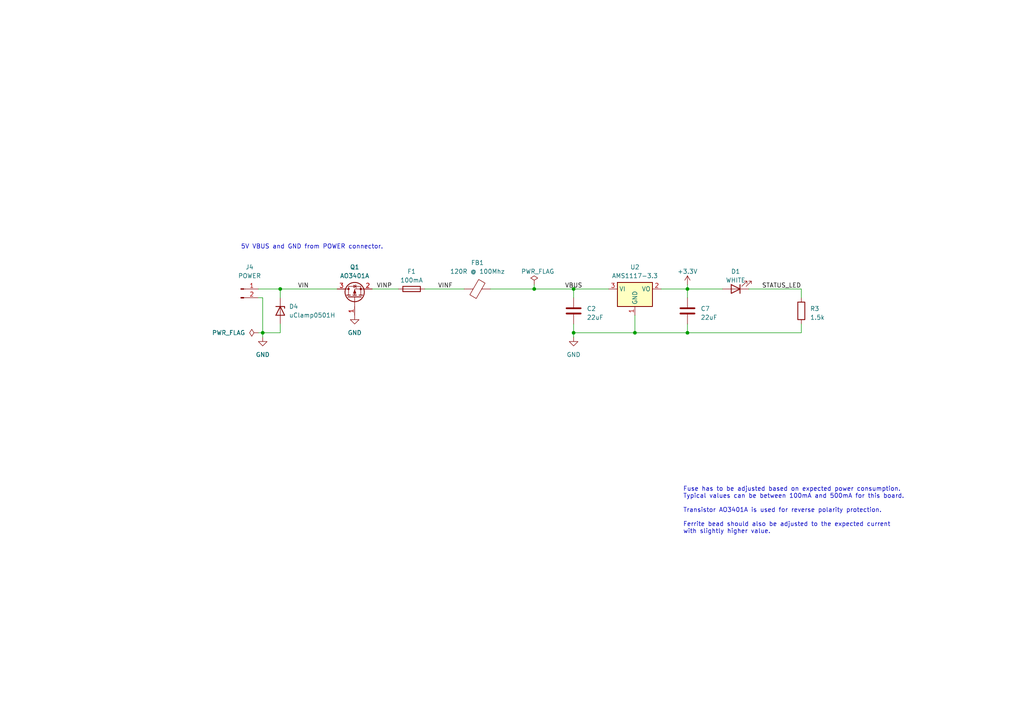
<source format=kicad_sch>
(kicad_sch (version 20230121) (generator eeschema)
  (paper "A4")
  (title_block (title "Power Connector") (date "2023-02-16") (rev "2") (company "Artem Korobko"))
  (lib_symbols
    (symbol "Connector:Conn_01x02_Pin" (pin_names (offset 1.016) hide)
      (property "Reference" "J" (at 0 2.54 0))
      (property "Value" "Conn_01x02_Pin" (at 0 -5.08 0))
      (symbol "Conn_01x02_Pin_1_1"
        (polyline (pts (xy 1.27 -2.54) (xy 0.8636 -2.54)) (stroke (width 0.1524)))
        (polyline (pts (xy 1.27 0) (xy 0.8636 0)) (stroke (width 0.1524)))
        (rectangle (start 0.8636 -2.413) (end 0 -2.667) (stroke (width 0.1524)) (fill (type outline)))
        (rectangle (start 0.8636 0.127) (end 0 -0.127) (stroke (width 0.1524)) (fill (type outline)))
        (pin passive line (at 5.08 0 180) (length 3.81) (name "Pin_1") (number "1"))
        (pin passive line (at 5.08 -2.54 180) (length 3.81) (name "Pin_2") (number "2"))
      )
    )
    (symbol "Device:C" (pin_numbers hide) (pin_names (offset 0.254))
      (property "Reference" "C" (at 0.635 2.54 0))
      (property "Value" "C" (at 0.635 -2.54 0))
      (symbol "C_0_1"
        (polyline (pts (xy -2.032 -0.762) (xy 2.032 -0.762)) (stroke (width 0.508)))
        (polyline (pts (xy -2.032 0.762) (xy 2.032 0.762)) (stroke (width 0.508)))
      )
      (symbol "C_1_1"
        (pin passive line (at 0 3.81 270) (length 2.794) (name "~") (number "1"))
        (pin passive line (at 0 -3.81 90) (length 2.794) (name "~") (number "2"))
      )
    )
    (symbol "Device:D_Zener" (pin_numbers hide) (pin_names (offset 1.016) hide)
      (property "Reference" "D" (at 0 2.54 0))
      (property "Value" "D_Zener" (at 0 -2.54 0))
      (symbol "D_Zener_0_1"
        (polyline (pts (xy 1.27 0) (xy -1.27 0)))
        (polyline (pts (xy -1.27 -1.27) (xy -1.27 1.27) (xy -0.762 1.27)) (stroke (width 0.254)))
        (polyline (pts (xy 1.27 -1.27) (xy 1.27 1.27) (xy -1.27 0) (xy 1.27 -1.27)) (stroke (width 0.254)))
      )
      (symbol "D_Zener_1_1"
        (pin passive line (at -3.81 0 0) (length 2.54) (name "K") (number "1"))
        (pin passive line (at 3.81 0 180) (length 2.54) (name "A") (number "2"))
      )
    )
    (symbol "Device:FerriteBead" (pin_numbers hide) (pin_names (offset 0))
      (property "Reference" "FB" (at -3.81 0.635 90))
      (property "Value" "FerriteBead" (at 3.81 0 90))
      (symbol "FerriteBead_0_1"
        (polyline (pts (xy 0 -1.27) (xy 0 -1.2192)))
        (polyline (pts (xy 0 1.27) (xy 0 1.2954)))
        (polyline (pts (xy -2.7686 0.4064) (xy -1.7018 2.2606) (xy 2.7686 -0.3048) (xy 1.6764 -2.159) (xy -2.7686 0.4064)))
      )
      (symbol "FerriteBead_1_1"
        (pin passive line (at 0 3.81 270) (length 2.54) (name "~") (number "1"))
        (pin passive line (at 0 -3.81 90) (length 2.54) (name "~") (number "2"))
      )
    )
    (symbol "Device:Fuse" (pin_numbers hide) (pin_names (offset 0))
      (property "Reference" "F" (at 2.032 0 90))
      (property "Value" "Fuse" (at -1.905 0 90))
      (symbol "Fuse_0_1"
        (rectangle (start -0.762 -2.54) (end 0.762 2.54) (stroke (width 0.254)))
        (polyline (pts (xy 0 2.54) (xy 0 -2.54)))
      )
      (symbol "Fuse_1_1"
        (pin passive line (at 0 3.81 270) (length 1.27) (name "~") (number "1"))
        (pin passive line (at 0 -3.81 90) (length 1.27) (name "~") (number "2"))
      )
    )
    (symbol "Device:LED" (pin_numbers hide) (pin_names (offset 1.016) hide)
      (property "Reference" "D" (at 0 2.54 0))
      (property "Value" "LED" (at 0 -2.54 0))
      (symbol "LED_0_1"
        (polyline (pts (xy -1.27 -1.27) (xy -1.27 1.27)) (stroke (width 0.254)))
        (polyline (pts (xy -1.27 0) (xy 1.27 0)))
        (polyline (pts (xy 1.27 -1.27) (xy 1.27 1.27) (xy -1.27 0) (xy 1.27 -1.27)) (stroke (width 0.254)))
        (polyline (pts (xy -3.048 -0.762) (xy -4.572 -2.286) (xy -3.81 -2.286) (xy -4.572 -2.286) (xy -4.572 -1.524)))
        (polyline (pts (xy -1.778 -0.762) (xy -3.302 -2.286) (xy -2.54 -2.286) (xy -3.302 -2.286) (xy -3.302 -1.524)))
      )
      (symbol "LED_1_1"
        (pin passive line (at -3.81 0 0) (length 2.54) (name "K") (number "1"))
        (pin passive line (at 3.81 0 180) (length 2.54) (name "A") (number "2"))
      )
    )
    (symbol "Device:R" (pin_numbers hide) (pin_names (offset 0))
      (property "Reference" "R" (at 2.032 0 90))
      (property "Value" "R" (at 0 0 90))
      (symbol "R_0_1"
        (rectangle (start -1.016 -2.54) (end 1.016 2.54) (stroke (width 0.254)))
      )
      (symbol "R_1_1"
        (pin passive line (at 0 3.81 270) (length 1.27) (name "~") (number "1"))
        (pin passive line (at 0 -3.81 90) (length 1.27) (name "~") (number "2"))
      )
    )
    (symbol "Regulator_Linear:AMS1117-3.3"
      (property "Reference" "U" (at -3.81 3.175 0))
      (property "Value" "AMS1117-3.3" (at 0 3.175 0))
      (symbol "AMS1117-3.3_0_1"
        (rectangle (start -5.08 -5.08) (end 5.08 1.905) (stroke (width 0.254)) (fill (type background)))
      )
      (symbol "AMS1117-3.3_1_1"
        (pin power_in line (at 0 -7.62 90) (length 2.54) (name "GND") (number "1"))
        (pin power_out line (at 7.62 0 180) (length 2.54) (name "VO") (number "2"))
        (pin power_in line (at -7.62 0 0) (length 2.54) (name "VI") (number "3"))
      )
    )
    (symbol "Transistor_FET:AO3401A" (pin_names hide)
      (property "Reference" "Q" (at 5.08 1.905 0))
      (property "Value" "AO3401A" (at 5.08 0 0))
      (symbol "AO3401A_0_1"
        (polyline (pts (xy 0.254 0) (xy -2.54 0)))
        (polyline (pts (xy 0.254 1.905) (xy 0.254 -1.905)) (stroke (width 0.254)))
        (polyline (pts (xy 0.762 -1.27) (xy 0.762 -2.286)) (stroke (width 0.254)))
        (polyline (pts (xy 0.762 0.508) (xy 0.762 -0.508)) (stroke (width 0.254)))
        (polyline (pts (xy 0.762 2.286) (xy 0.762 1.27)) (stroke (width 0.254)))
        (polyline (pts (xy 2.54 2.54) (xy 2.54 1.778)))
        (polyline (pts (xy 2.54 -2.54) (xy 2.54 0) (xy 0.762 0)))
        (polyline (pts (xy 0.762 1.778) (xy 3.302 1.778) (xy 3.302 -1.778) (xy 0.762 -1.778)))
        (polyline (pts (xy 2.286 0) (xy 1.27 0.381) (xy 1.27 -0.381) (xy 2.286 0)) (fill (type outline)))
        (polyline (pts (xy 2.794 -0.508) (xy 2.921 -0.381) (xy 3.683 -0.381) (xy 3.81 -0.254)))
        (polyline (pts (xy 3.302 -0.381) (xy 2.921 0.254) (xy 3.683 0.254) (xy 3.302 -0.381)))
        (circle (center 1.651 0) (radius 2.794) (stroke (width 0.254)))
        (circle (center 2.54 -1.778) (radius 0.254) (fill (type outline)))
        (circle (center 2.54 1.778) (radius 0.254) (fill (type outline)))
      )
      (symbol "AO3401A_1_1"
        (pin input line (at -5.08 0 0) (length 2.54) (name "G") (number "1"))
        (pin passive line (at 2.54 -5.08 90) (length 2.54) (name "S") (number "2"))
        (pin passive line (at 2.54 5.08 270) (length 2.54) (name "D") (number "3"))
      )
    )
    (symbol "power:+3.3V" (power) (pin_names (offset 0))
      (property "Value" "+3.3V" (at 0 3.556 0))
      (symbol "+3.3V_0_1"
        (polyline (pts (xy -0.762 1.27) (xy 0 2.54)))
        (polyline (pts (xy 0 0) (xy 0 2.54)))
        (polyline (pts (xy 0 2.54) (xy 0.762 1.27)))
      )
      (symbol "+3.3V_1_1"
        (pin power_in line (at 0 0 90) (length 0) hide (name "+3.3V") (number "1"))
      )
    )
    (symbol "power:GND" (power) (pin_names (offset 0))
      (property "Value" "GND" (at 0 -3.81 0))
      (symbol "GND_0_1"
        (polyline (pts (xy 0 0) (xy 0 -1.27) (xy 1.27 -1.27) (xy 0 -2.54) (xy -1.27 -1.27) (xy 0 -1.27)))
      )
      (symbol "GND_1_1"
        (pin power_in line (at 0 0 270) (length 0) hide (name "GND") (number "1"))
      )
    )
    (symbol "power:PWR_FLAG" (power) (pin_numbers hide) (pin_names (offset 0) hide)
      (property "Value" "PWR_FLAG" (at 0 3.81 0))
      (symbol "PWR_FLAG_0_0"
        (pin power_out line (at 0 0 90) (length 0) (name "pwr") (number "1"))
      )
      (symbol "PWR_FLAG_0_1"
        (polyline (pts (xy 0 0) (xy 0 1.27) (xy -1.016 1.905) (xy 0 2.54) (xy 1.016 1.905) (xy 0 1.27)))
      )
    )
  )
  (junction (at 154.94 83.82))
  (junction (at 76.2 96.52))
  (junction (at 199.39 83.82))
  (junction (at 166.37 83.82))
  (junction (at 81.28 83.82))
  (junction (at 166.37 96.52))
  (junction (at 184.15 96.52))
  (junction (at 199.39 96.52))
  (wire (pts (xy 107.95 83.82) (xy 115.57 83.82)))
  (wire (pts (xy 191.77 83.82) (xy 199.39 83.82)))
  (wire (pts (xy 184.15 96.52) (xy 199.39 96.52)))
  (wire (pts (xy 74.93 86.36) (xy 76.2 86.36)))
  (wire (pts (xy 184.15 91.44) (xy 184.15 96.52)))
  (wire (pts (xy 232.41 83.82) (xy 232.41 86.36)))
  (wire (pts (xy 142.24 83.82) (xy 154.94 83.82)))
  (wire (pts (xy 217.17 83.82) (xy 232.41 83.82)))
  (wire (pts (xy 81.28 83.82) (xy 81.28 86.36)))
  (wire (pts (xy 232.41 93.98) (xy 232.41 96.52)))
  (wire (pts (xy 166.37 96.52) (xy 184.15 96.52)))
  (wire (pts (xy 74.93 83.82) (xy 81.28 83.82)))
  (wire (pts (xy 199.39 82.55) (xy 199.39 83.82)))
  (wire (pts (xy 81.28 93.98) (xy 81.28 96.52)))
  (wire (pts (xy 199.39 96.52) (xy 232.41 96.52)))
  (wire (pts (xy 199.39 83.82) (xy 199.39 86.36)))
  (wire (pts (xy 76.2 86.36) (xy 76.2 96.52)))
  (wire (pts (xy 166.37 96.52) (xy 166.37 97.79)))
  (wire (pts (xy 123.19 83.82) (xy 134.62 83.82)))
  (wire (pts (xy 74.93 96.52) (xy 76.2 96.52)))
  (wire (pts (xy 154.94 83.82) (xy 166.37 83.82)))
  (wire (pts (xy 76.2 96.52) (xy 76.2 97.79)))
  (wire (pts (xy 166.37 83.82) (xy 166.37 86.36)))
  (wire (pts (xy 199.39 83.82) (xy 209.55 83.82)))
  (wire (pts (xy 199.39 93.98) (xy 199.39 96.52)))
  (wire (pts (xy 81.28 83.82) (xy 97.79 83.82)))
  (wire (pts (xy 166.37 93.98) (xy 166.37 96.52)))
  (wire (pts (xy 81.28 96.52) (xy 76.2 96.52)))
  (wire (pts (xy 166.37 83.82) (xy 176.53 83.82)))
  (wire (pts (xy 154.94 82.55) (xy 154.94 83.82)))
  (text "Fuse has to be adjusted based on expected power consumption.\nTypical values can be between 100mA and 500mA for this board.\n\nTransistor AO3401A is used for reverse polarity protection.\n\nFerrite bead should also be adjusted to the expected current \nwith slightly higher value." (at 198.12 154.94 0) (effects (font (size 1.27 1.27)) (justify left bottom)))
  (text "5V VBUS and GND from POWER connector." (at 69.85 72.39 0) (effects (font (size 1.27 1.27)) (justify left bottom)))
  (label "STATUS_LED" (at 220.98 83.82 0))
  (label "VIN" (at 86.36 83.82 0))
  (label "VBUS" (at 163.83 83.82 0))
  (label "VINP" (at 109.22 83.82 0))
  (label "VINF" (at 127 83.82 0))
  (symbol (lib_id "Device:C") (at 199.39 90.17 0) (unit 1)
    (property "Reference" "C7" (at 203.2 89.535 0) (effects (justify left)))
    (property "Value" "22uF" (at 203.2 92.075 0) (effects (justify left)))
    (property "Footprint" "Capacitor_SMD:C_0603_1608Metric" (effects hide))
    (instances (project "schematics" (path "" (reference "C7") (unit 1)) (path "" (reference "C15") (unit 1))))
  )
  (symbol (lib_id "Device:C") (at 166.37 90.17 0) (unit 1)
    (property "Reference" "C2" (at 170.18 89.535 0) (effects (justify left)))
    (property "Value" "22uF" (at 170.18 92.075 0) (effects (justify left)))
    (property "Footprint" "Capacitor_SMD:C_0603_1608Metric" (effects hide))
    (instances (project "schematics" (path "" (reference "C2") (unit 1)) (path "" (reference "C14") (unit 1))))
  )
  (symbol (lib_id "Regulator_Linear:AMS1117-3.3") (at 184.15 83.82 0) (unit 1)
    (property "Reference" "U2" (at 184.15 77.47 0))
    (property "Value" "AMS1117-3.3" (at 184.15 80.01 0))
    (property "Footprint" "Package_TO_SOT_SMD:SOT-223-3_TabPin2" (effects hide))
    (property "Datasheet" "http://www.advanced-monolithic.com/pdf/ds1117.pdf" (effects hide))
    (property "LCSL" "C6186" (effects hide))
  )
  (symbol (lib_id "Device:FerriteBead") (at 138.43 83.82 270) (unit 1)
    (property "Reference" "FB1" (at 138.4808 76.2 90))
    (property "Value" "120R @ 100Mhz" (at 138.4808 78.74 90))
    (property "Footprint" "Inductor_SMD:L_1206_3216Metric" (effects hide))
    (property "Datasheet" "https://datasheet.lcsc.com/lcsc/2108150230_YJYCOIN-YI321611U121-3R0T_C2858470.pdf" (effects hide))
    (property "LCSC" "C2858470" (effects hide))
  )
  (symbol (lib_id "Transistor_FET:AO3401A") (at 102.87 86.36 90) (unit 1)
    (property "Reference" "Q1" (at 102.87 77.47 90))
    (property "Value" "AO3401A" (at 102.87 80.01 90))
    (property "Footprint" "Package_TO_SOT_SMD:SOT-23" (effects hide))
    (property "Datasheet" "https://datasheet.lcsc.com/lcsc/2201121800_GOODWORK-AO3401A_C2938368.pdf" (effects hide))
    (property "LCSC" "C2938368" (effects hide))
  )
  (symbol (lib_id "Device:Fuse") (at 119.38 83.82 90) (unit 1)
    (property "Reference" "F1" (at 119.38 78.74 90))
    (property "Value" "100mA" (at 119.38 81.28 90))
    (property "Footprint" "Fuse:Fuse_1206_3216Metric" (effects hide))
  )
  (symbol (lib_id "Connector:Conn_01x02_Pin") (at 69.85 83.82 0) (unit 1)
    (property "Reference" "J4" (at 72.39 77.47 0))
    (property "Value" "POWER" (at 72.39 80.01 0))
    (property "Footprint" "Connector_JST:JST_EH_B2B-EH-A_1x02_P2.50mm_Vertical" (effects hide))
    (instances (project "schematics" (path "" (reference "J4") (unit 1)) (path "" (reference "J2") (unit 1))))
  )
  (symbol (lib_id "Device:LED") (at 213.36 83.82 180) (unit 1)
    (property "Reference" "D1" (at 213.36 78.74 0))
    (property "Value" "WHITE" (at 213.36 81.28 0))
    (property "Footprint" "LED_SMD:LED_0603_1608Metric" (effects hide))
    (instances (project "schematics" (path "" (reference "D1") (unit 1)) (path "" (reference "D5") (unit 1))))
  )
  (symbol (lib_id "power:PWR_FLAG") (at 154.94 82.55 0) (unit 1)
    (property "Reference" "#FLG01" (effects hide))
    (property "Value" "PWR_FLAG" (at 151.13 78.74 0) (effects (justify left)))
    (instances (project "schematics" (path "" (reference "#FLG01") (unit 1)) (path "" (reference "#FLG02") (unit 1))))
  )
  (symbol (lib_id "Device:R") (at 232.41 90.17 0) (unit 1)
    (property "Reference" "R3" (at 234.95 89.535 0) (effects (justify left)))
    (property "Value" "1.5k" (at 234.95 92.075 0) (effects (justify left)))
    (property "Footprint" "Resistor_SMD:R_0603_1608Metric" (effects hide))
    (instances (project "schematics" (path "" (reference "R3") (unit 1)) (path "" (reference "R6") (unit 1))))
  )
  (symbol (lib_id "Device:D_Zener") (at 81.28 90.17 270) (unit 1)
    (property "Reference" "D4" (at 83.82 88.9 90) (effects (justify left)))
    (property "Value" "uClamp0501H" (at 83.82 91.44 90) (effects (justify left)))
    (property "Footprint" "Diode_SMD:D_SOD-523" (effects hide))
    (property "Datasheet" "https://datasheet.lcsc.com/lcsc/2105241937_TECH-PUBLIC-UCLAMP0501H-TP_C2827713.pdf" (effects hide))
    (property "LCSC" "C2827713" (effects hide))
  )
  (symbol (lib_id "power:GND") (at 166.37 97.79 0) (unit 1)
    (property "Reference" "#PWR09" (effects hide))
    (property "Value" "GND" (at 166.37 102.87 0))
    (instances (project "schematics" (path "" (reference "#PWR09") (unit 1)) (path "" (reference "#PWR011") (unit 1))))
  )
  (symbol (lib_id "power:GND") (at 76.2 97.79 0) (unit 1)
    (property "Reference" "#PWR09" (effects hide))
    (property "Value" "GND" (at 76.2 102.87 0))
    (instances (project "schematics" (path "" (reference "#PWR09") (unit 1)) (path "" (reference "#PWR010") (unit 1))))
  )
  (symbol (lib_id "power:PWR_FLAG") (at 74.93 96.52 90) (unit 1)
    (property "Reference" "#FLG02" (effects hide))
    (property "Value" "PWR_FLAG" (at 71.12 96.52 90) (effects (justify left)))
    (instances (project "schematics" (path "" (reference "#FLG02") (unit 1)) (path "" (reference "#FLG01") (unit 1))))
  )
  (symbol (lib_id "power:GND") (at 102.87 91.44 0) (unit 1)
    (property "Reference" "#PWR09" (effects hide))
    (property "Value" "GND" (at 102.87 96.52 0))
    (instances (project "schematics" (path "" (reference "#PWR09") (unit 1)) (path "" (reference "#PWR021") (unit 1))))
  )
  (symbol (lib_id "power:+3.3V") (at 199.39 82.55 0) (unit 1)
    (property "Reference" "#PWR011" (effects hide))
    (property "Value" "+3.3V" (at 199.39 78.74 0))
    (instances (project "schematics" (path "" (reference "#PWR011") (unit 1)) (path "" (reference "#PWR012") (unit 1))))
  )
)
</source>
